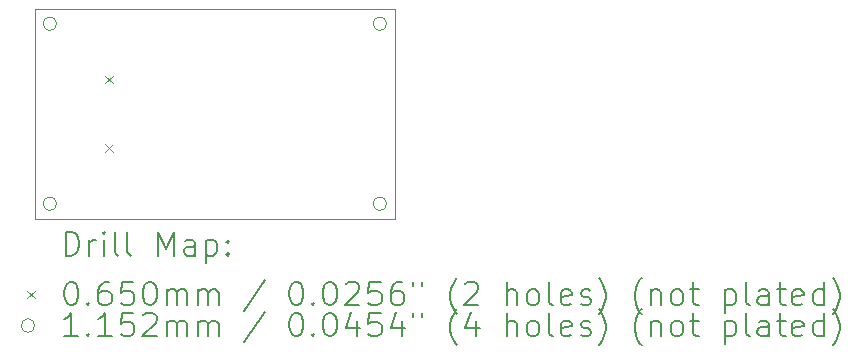
<source format=gbr>
%TF.GenerationSoftware,KiCad,Pcbnew,7.0.9*%
%TF.CreationDate,2024-04-26T16:02:51+09:00*%
%TF.ProjectId,Geekble_Mini_ESP32C3,4765656b-626c-4655-9f4d-696e695f4553,1*%
%TF.SameCoordinates,Original*%
%TF.FileFunction,Drillmap*%
%TF.FilePolarity,Positive*%
%FSLAX45Y45*%
G04 Gerber Fmt 4.5, Leading zero omitted, Abs format (unit mm)*
G04 Created by KiCad (PCBNEW 7.0.9) date 2024-04-26 16:02:51*
%MOMM*%
%LPD*%
G01*
G04 APERTURE LIST*
%ADD10C,0.010000*%
%ADD11C,0.200000*%
%ADD12C,0.100000*%
%ADD13C,0.115200*%
G04 APERTURE END LIST*
D10*
X2899999Y-2722001D02*
X2899999Y-4500001D01*
X2899999Y-4500001D02*
X5947999Y-4500001D01*
X5947999Y-2722001D02*
X2899999Y-2722001D01*
X5947999Y-4500001D02*
X5947999Y-2722001D01*
D11*
D12*
X3496969Y-3289501D02*
X3561969Y-3354501D01*
X3561969Y-3289501D02*
X3496969Y-3354501D01*
X3496969Y-3867501D02*
X3561969Y-3932501D01*
X3561969Y-3867501D02*
X3496969Y-3932501D01*
D13*
X3084599Y-2849001D02*
G75*
G03*
X3084599Y-2849001I-57600J0D01*
G01*
X3084599Y-4373001D02*
G75*
G03*
X3084599Y-4373001I-57600J0D01*
G01*
X5878599Y-2849001D02*
G75*
G03*
X5878599Y-2849001I-57600J0D01*
G01*
X5878599Y-4373001D02*
G75*
G03*
X5878599Y-4373001I-57600J0D01*
G01*
D11*
X3160276Y-4811985D02*
X3160276Y-4611985D01*
X3160276Y-4611985D02*
X3207895Y-4611985D01*
X3207895Y-4611985D02*
X3236466Y-4621509D01*
X3236466Y-4621509D02*
X3255514Y-4640556D01*
X3255514Y-4640556D02*
X3265038Y-4659604D01*
X3265038Y-4659604D02*
X3274561Y-4697699D01*
X3274561Y-4697699D02*
X3274561Y-4726271D01*
X3274561Y-4726271D02*
X3265038Y-4764366D01*
X3265038Y-4764366D02*
X3255514Y-4783413D01*
X3255514Y-4783413D02*
X3236466Y-4802461D01*
X3236466Y-4802461D02*
X3207895Y-4811985D01*
X3207895Y-4811985D02*
X3160276Y-4811985D01*
X3360276Y-4811985D02*
X3360276Y-4678651D01*
X3360276Y-4716747D02*
X3369800Y-4697699D01*
X3369800Y-4697699D02*
X3379323Y-4688175D01*
X3379323Y-4688175D02*
X3398371Y-4678651D01*
X3398371Y-4678651D02*
X3417419Y-4678651D01*
X3484085Y-4811985D02*
X3484085Y-4678651D01*
X3484085Y-4611985D02*
X3474561Y-4621509D01*
X3474561Y-4621509D02*
X3484085Y-4631032D01*
X3484085Y-4631032D02*
X3493609Y-4621509D01*
X3493609Y-4621509D02*
X3484085Y-4611985D01*
X3484085Y-4611985D02*
X3484085Y-4631032D01*
X3607895Y-4811985D02*
X3588847Y-4802461D01*
X3588847Y-4802461D02*
X3579323Y-4783413D01*
X3579323Y-4783413D02*
X3579323Y-4611985D01*
X3712657Y-4811985D02*
X3693609Y-4802461D01*
X3693609Y-4802461D02*
X3684085Y-4783413D01*
X3684085Y-4783413D02*
X3684085Y-4611985D01*
X3941228Y-4811985D02*
X3941228Y-4611985D01*
X3941228Y-4611985D02*
X4007895Y-4754842D01*
X4007895Y-4754842D02*
X4074561Y-4611985D01*
X4074561Y-4611985D02*
X4074561Y-4811985D01*
X4255514Y-4811985D02*
X4255514Y-4707223D01*
X4255514Y-4707223D02*
X4245990Y-4688175D01*
X4245990Y-4688175D02*
X4226943Y-4678651D01*
X4226943Y-4678651D02*
X4188847Y-4678651D01*
X4188847Y-4678651D02*
X4169800Y-4688175D01*
X4255514Y-4802461D02*
X4236466Y-4811985D01*
X4236466Y-4811985D02*
X4188847Y-4811985D01*
X4188847Y-4811985D02*
X4169800Y-4802461D01*
X4169800Y-4802461D02*
X4160276Y-4783413D01*
X4160276Y-4783413D02*
X4160276Y-4764366D01*
X4160276Y-4764366D02*
X4169800Y-4745318D01*
X4169800Y-4745318D02*
X4188847Y-4735794D01*
X4188847Y-4735794D02*
X4236466Y-4735794D01*
X4236466Y-4735794D02*
X4255514Y-4726271D01*
X4350752Y-4678651D02*
X4350752Y-4878651D01*
X4350752Y-4688175D02*
X4369800Y-4678651D01*
X4369800Y-4678651D02*
X4407895Y-4678651D01*
X4407895Y-4678651D02*
X4426943Y-4688175D01*
X4426943Y-4688175D02*
X4436466Y-4697699D01*
X4436466Y-4697699D02*
X4445990Y-4716747D01*
X4445990Y-4716747D02*
X4445990Y-4773890D01*
X4445990Y-4773890D02*
X4436466Y-4792937D01*
X4436466Y-4792937D02*
X4426943Y-4802461D01*
X4426943Y-4802461D02*
X4407895Y-4811985D01*
X4407895Y-4811985D02*
X4369800Y-4811985D01*
X4369800Y-4811985D02*
X4350752Y-4802461D01*
X4531704Y-4792937D02*
X4541228Y-4802461D01*
X4541228Y-4802461D02*
X4531704Y-4811985D01*
X4531704Y-4811985D02*
X4522181Y-4802461D01*
X4522181Y-4802461D02*
X4531704Y-4792937D01*
X4531704Y-4792937D02*
X4531704Y-4811985D01*
X4531704Y-4688175D02*
X4541228Y-4697699D01*
X4541228Y-4697699D02*
X4531704Y-4707223D01*
X4531704Y-4707223D02*
X4522181Y-4697699D01*
X4522181Y-4697699D02*
X4531704Y-4688175D01*
X4531704Y-4688175D02*
X4531704Y-4707223D01*
D12*
X2834499Y-5108001D02*
X2899499Y-5173001D01*
X2899499Y-5108001D02*
X2834499Y-5173001D01*
D11*
X3198371Y-5031985D02*
X3217419Y-5031985D01*
X3217419Y-5031985D02*
X3236466Y-5041509D01*
X3236466Y-5041509D02*
X3245990Y-5051032D01*
X3245990Y-5051032D02*
X3255514Y-5070080D01*
X3255514Y-5070080D02*
X3265038Y-5108175D01*
X3265038Y-5108175D02*
X3265038Y-5155794D01*
X3265038Y-5155794D02*
X3255514Y-5193890D01*
X3255514Y-5193890D02*
X3245990Y-5212937D01*
X3245990Y-5212937D02*
X3236466Y-5222461D01*
X3236466Y-5222461D02*
X3217419Y-5231985D01*
X3217419Y-5231985D02*
X3198371Y-5231985D01*
X3198371Y-5231985D02*
X3179323Y-5222461D01*
X3179323Y-5222461D02*
X3169800Y-5212937D01*
X3169800Y-5212937D02*
X3160276Y-5193890D01*
X3160276Y-5193890D02*
X3150752Y-5155794D01*
X3150752Y-5155794D02*
X3150752Y-5108175D01*
X3150752Y-5108175D02*
X3160276Y-5070080D01*
X3160276Y-5070080D02*
X3169800Y-5051032D01*
X3169800Y-5051032D02*
X3179323Y-5041509D01*
X3179323Y-5041509D02*
X3198371Y-5031985D01*
X3350752Y-5212937D02*
X3360276Y-5222461D01*
X3360276Y-5222461D02*
X3350752Y-5231985D01*
X3350752Y-5231985D02*
X3341228Y-5222461D01*
X3341228Y-5222461D02*
X3350752Y-5212937D01*
X3350752Y-5212937D02*
X3350752Y-5231985D01*
X3531704Y-5031985D02*
X3493609Y-5031985D01*
X3493609Y-5031985D02*
X3474561Y-5041509D01*
X3474561Y-5041509D02*
X3465038Y-5051032D01*
X3465038Y-5051032D02*
X3445990Y-5079604D01*
X3445990Y-5079604D02*
X3436466Y-5117699D01*
X3436466Y-5117699D02*
X3436466Y-5193890D01*
X3436466Y-5193890D02*
X3445990Y-5212937D01*
X3445990Y-5212937D02*
X3455514Y-5222461D01*
X3455514Y-5222461D02*
X3474561Y-5231985D01*
X3474561Y-5231985D02*
X3512657Y-5231985D01*
X3512657Y-5231985D02*
X3531704Y-5222461D01*
X3531704Y-5222461D02*
X3541228Y-5212937D01*
X3541228Y-5212937D02*
X3550752Y-5193890D01*
X3550752Y-5193890D02*
X3550752Y-5146271D01*
X3550752Y-5146271D02*
X3541228Y-5127223D01*
X3541228Y-5127223D02*
X3531704Y-5117699D01*
X3531704Y-5117699D02*
X3512657Y-5108175D01*
X3512657Y-5108175D02*
X3474561Y-5108175D01*
X3474561Y-5108175D02*
X3455514Y-5117699D01*
X3455514Y-5117699D02*
X3445990Y-5127223D01*
X3445990Y-5127223D02*
X3436466Y-5146271D01*
X3731704Y-5031985D02*
X3636466Y-5031985D01*
X3636466Y-5031985D02*
X3626942Y-5127223D01*
X3626942Y-5127223D02*
X3636466Y-5117699D01*
X3636466Y-5117699D02*
X3655514Y-5108175D01*
X3655514Y-5108175D02*
X3703133Y-5108175D01*
X3703133Y-5108175D02*
X3722181Y-5117699D01*
X3722181Y-5117699D02*
X3731704Y-5127223D01*
X3731704Y-5127223D02*
X3741228Y-5146271D01*
X3741228Y-5146271D02*
X3741228Y-5193890D01*
X3741228Y-5193890D02*
X3731704Y-5212937D01*
X3731704Y-5212937D02*
X3722181Y-5222461D01*
X3722181Y-5222461D02*
X3703133Y-5231985D01*
X3703133Y-5231985D02*
X3655514Y-5231985D01*
X3655514Y-5231985D02*
X3636466Y-5222461D01*
X3636466Y-5222461D02*
X3626942Y-5212937D01*
X3865038Y-5031985D02*
X3884085Y-5031985D01*
X3884085Y-5031985D02*
X3903133Y-5041509D01*
X3903133Y-5041509D02*
X3912657Y-5051032D01*
X3912657Y-5051032D02*
X3922181Y-5070080D01*
X3922181Y-5070080D02*
X3931704Y-5108175D01*
X3931704Y-5108175D02*
X3931704Y-5155794D01*
X3931704Y-5155794D02*
X3922181Y-5193890D01*
X3922181Y-5193890D02*
X3912657Y-5212937D01*
X3912657Y-5212937D02*
X3903133Y-5222461D01*
X3903133Y-5222461D02*
X3884085Y-5231985D01*
X3884085Y-5231985D02*
X3865038Y-5231985D01*
X3865038Y-5231985D02*
X3845990Y-5222461D01*
X3845990Y-5222461D02*
X3836466Y-5212937D01*
X3836466Y-5212937D02*
X3826942Y-5193890D01*
X3826942Y-5193890D02*
X3817419Y-5155794D01*
X3817419Y-5155794D02*
X3817419Y-5108175D01*
X3817419Y-5108175D02*
X3826942Y-5070080D01*
X3826942Y-5070080D02*
X3836466Y-5051032D01*
X3836466Y-5051032D02*
X3845990Y-5041509D01*
X3845990Y-5041509D02*
X3865038Y-5031985D01*
X4017419Y-5231985D02*
X4017419Y-5098651D01*
X4017419Y-5117699D02*
X4026942Y-5108175D01*
X4026942Y-5108175D02*
X4045990Y-5098651D01*
X4045990Y-5098651D02*
X4074562Y-5098651D01*
X4074562Y-5098651D02*
X4093609Y-5108175D01*
X4093609Y-5108175D02*
X4103133Y-5127223D01*
X4103133Y-5127223D02*
X4103133Y-5231985D01*
X4103133Y-5127223D02*
X4112657Y-5108175D01*
X4112657Y-5108175D02*
X4131704Y-5098651D01*
X4131704Y-5098651D02*
X4160276Y-5098651D01*
X4160276Y-5098651D02*
X4179323Y-5108175D01*
X4179323Y-5108175D02*
X4188847Y-5127223D01*
X4188847Y-5127223D02*
X4188847Y-5231985D01*
X4284085Y-5231985D02*
X4284085Y-5098651D01*
X4284085Y-5117699D02*
X4293609Y-5108175D01*
X4293609Y-5108175D02*
X4312657Y-5098651D01*
X4312657Y-5098651D02*
X4341228Y-5098651D01*
X4341228Y-5098651D02*
X4360276Y-5108175D01*
X4360276Y-5108175D02*
X4369800Y-5127223D01*
X4369800Y-5127223D02*
X4369800Y-5231985D01*
X4369800Y-5127223D02*
X4379324Y-5108175D01*
X4379324Y-5108175D02*
X4398371Y-5098651D01*
X4398371Y-5098651D02*
X4426943Y-5098651D01*
X4426943Y-5098651D02*
X4445990Y-5108175D01*
X4445990Y-5108175D02*
X4455514Y-5127223D01*
X4455514Y-5127223D02*
X4455514Y-5231985D01*
X4845990Y-5022461D02*
X4674562Y-5279604D01*
X5103133Y-5031985D02*
X5122181Y-5031985D01*
X5122181Y-5031985D02*
X5141228Y-5041509D01*
X5141228Y-5041509D02*
X5150752Y-5051032D01*
X5150752Y-5051032D02*
X5160276Y-5070080D01*
X5160276Y-5070080D02*
X5169800Y-5108175D01*
X5169800Y-5108175D02*
X5169800Y-5155794D01*
X5169800Y-5155794D02*
X5160276Y-5193890D01*
X5160276Y-5193890D02*
X5150752Y-5212937D01*
X5150752Y-5212937D02*
X5141228Y-5222461D01*
X5141228Y-5222461D02*
X5122181Y-5231985D01*
X5122181Y-5231985D02*
X5103133Y-5231985D01*
X5103133Y-5231985D02*
X5084086Y-5222461D01*
X5084086Y-5222461D02*
X5074562Y-5212937D01*
X5074562Y-5212937D02*
X5065038Y-5193890D01*
X5065038Y-5193890D02*
X5055514Y-5155794D01*
X5055514Y-5155794D02*
X5055514Y-5108175D01*
X5055514Y-5108175D02*
X5065038Y-5070080D01*
X5065038Y-5070080D02*
X5074562Y-5051032D01*
X5074562Y-5051032D02*
X5084086Y-5041509D01*
X5084086Y-5041509D02*
X5103133Y-5031985D01*
X5255514Y-5212937D02*
X5265038Y-5222461D01*
X5265038Y-5222461D02*
X5255514Y-5231985D01*
X5255514Y-5231985D02*
X5245990Y-5222461D01*
X5245990Y-5222461D02*
X5255514Y-5212937D01*
X5255514Y-5212937D02*
X5255514Y-5231985D01*
X5388847Y-5031985D02*
X5407895Y-5031985D01*
X5407895Y-5031985D02*
X5426943Y-5041509D01*
X5426943Y-5041509D02*
X5436467Y-5051032D01*
X5436467Y-5051032D02*
X5445990Y-5070080D01*
X5445990Y-5070080D02*
X5455514Y-5108175D01*
X5455514Y-5108175D02*
X5455514Y-5155794D01*
X5455514Y-5155794D02*
X5445990Y-5193890D01*
X5445990Y-5193890D02*
X5436467Y-5212937D01*
X5436467Y-5212937D02*
X5426943Y-5222461D01*
X5426943Y-5222461D02*
X5407895Y-5231985D01*
X5407895Y-5231985D02*
X5388847Y-5231985D01*
X5388847Y-5231985D02*
X5369800Y-5222461D01*
X5369800Y-5222461D02*
X5360276Y-5212937D01*
X5360276Y-5212937D02*
X5350752Y-5193890D01*
X5350752Y-5193890D02*
X5341228Y-5155794D01*
X5341228Y-5155794D02*
X5341228Y-5108175D01*
X5341228Y-5108175D02*
X5350752Y-5070080D01*
X5350752Y-5070080D02*
X5360276Y-5051032D01*
X5360276Y-5051032D02*
X5369800Y-5041509D01*
X5369800Y-5041509D02*
X5388847Y-5031985D01*
X5531705Y-5051032D02*
X5541228Y-5041509D01*
X5541228Y-5041509D02*
X5560276Y-5031985D01*
X5560276Y-5031985D02*
X5607895Y-5031985D01*
X5607895Y-5031985D02*
X5626943Y-5041509D01*
X5626943Y-5041509D02*
X5636466Y-5051032D01*
X5636466Y-5051032D02*
X5645990Y-5070080D01*
X5645990Y-5070080D02*
X5645990Y-5089128D01*
X5645990Y-5089128D02*
X5636466Y-5117699D01*
X5636466Y-5117699D02*
X5522181Y-5231985D01*
X5522181Y-5231985D02*
X5645990Y-5231985D01*
X5826943Y-5031985D02*
X5731705Y-5031985D01*
X5731705Y-5031985D02*
X5722181Y-5127223D01*
X5722181Y-5127223D02*
X5731705Y-5117699D01*
X5731705Y-5117699D02*
X5750752Y-5108175D01*
X5750752Y-5108175D02*
X5798371Y-5108175D01*
X5798371Y-5108175D02*
X5817419Y-5117699D01*
X5817419Y-5117699D02*
X5826943Y-5127223D01*
X5826943Y-5127223D02*
X5836466Y-5146271D01*
X5836466Y-5146271D02*
X5836466Y-5193890D01*
X5836466Y-5193890D02*
X5826943Y-5212937D01*
X5826943Y-5212937D02*
X5817419Y-5222461D01*
X5817419Y-5222461D02*
X5798371Y-5231985D01*
X5798371Y-5231985D02*
X5750752Y-5231985D01*
X5750752Y-5231985D02*
X5731705Y-5222461D01*
X5731705Y-5222461D02*
X5722181Y-5212937D01*
X6007895Y-5031985D02*
X5969800Y-5031985D01*
X5969800Y-5031985D02*
X5950752Y-5041509D01*
X5950752Y-5041509D02*
X5941228Y-5051032D01*
X5941228Y-5051032D02*
X5922181Y-5079604D01*
X5922181Y-5079604D02*
X5912657Y-5117699D01*
X5912657Y-5117699D02*
X5912657Y-5193890D01*
X5912657Y-5193890D02*
X5922181Y-5212937D01*
X5922181Y-5212937D02*
X5931705Y-5222461D01*
X5931705Y-5222461D02*
X5950752Y-5231985D01*
X5950752Y-5231985D02*
X5988847Y-5231985D01*
X5988847Y-5231985D02*
X6007895Y-5222461D01*
X6007895Y-5222461D02*
X6017419Y-5212937D01*
X6017419Y-5212937D02*
X6026943Y-5193890D01*
X6026943Y-5193890D02*
X6026943Y-5146271D01*
X6026943Y-5146271D02*
X6017419Y-5127223D01*
X6017419Y-5127223D02*
X6007895Y-5117699D01*
X6007895Y-5117699D02*
X5988847Y-5108175D01*
X5988847Y-5108175D02*
X5950752Y-5108175D01*
X5950752Y-5108175D02*
X5931705Y-5117699D01*
X5931705Y-5117699D02*
X5922181Y-5127223D01*
X5922181Y-5127223D02*
X5912657Y-5146271D01*
X6103133Y-5031985D02*
X6103133Y-5070080D01*
X6179324Y-5031985D02*
X6179324Y-5070080D01*
X6474562Y-5308175D02*
X6465038Y-5298651D01*
X6465038Y-5298651D02*
X6445990Y-5270080D01*
X6445990Y-5270080D02*
X6436467Y-5251032D01*
X6436467Y-5251032D02*
X6426943Y-5222461D01*
X6426943Y-5222461D02*
X6417419Y-5174842D01*
X6417419Y-5174842D02*
X6417419Y-5136747D01*
X6417419Y-5136747D02*
X6426943Y-5089128D01*
X6426943Y-5089128D02*
X6436467Y-5060556D01*
X6436467Y-5060556D02*
X6445990Y-5041509D01*
X6445990Y-5041509D02*
X6465038Y-5012937D01*
X6465038Y-5012937D02*
X6474562Y-5003413D01*
X6541228Y-5051032D02*
X6550752Y-5041509D01*
X6550752Y-5041509D02*
X6569800Y-5031985D01*
X6569800Y-5031985D02*
X6617419Y-5031985D01*
X6617419Y-5031985D02*
X6636467Y-5041509D01*
X6636467Y-5041509D02*
X6645990Y-5051032D01*
X6645990Y-5051032D02*
X6655514Y-5070080D01*
X6655514Y-5070080D02*
X6655514Y-5089128D01*
X6655514Y-5089128D02*
X6645990Y-5117699D01*
X6645990Y-5117699D02*
X6531705Y-5231985D01*
X6531705Y-5231985D02*
X6655514Y-5231985D01*
X6893609Y-5231985D02*
X6893609Y-5031985D01*
X6979324Y-5231985D02*
X6979324Y-5127223D01*
X6979324Y-5127223D02*
X6969800Y-5108175D01*
X6969800Y-5108175D02*
X6950752Y-5098651D01*
X6950752Y-5098651D02*
X6922181Y-5098651D01*
X6922181Y-5098651D02*
X6903133Y-5108175D01*
X6903133Y-5108175D02*
X6893609Y-5117699D01*
X7103133Y-5231985D02*
X7084086Y-5222461D01*
X7084086Y-5222461D02*
X7074562Y-5212937D01*
X7074562Y-5212937D02*
X7065038Y-5193890D01*
X7065038Y-5193890D02*
X7065038Y-5136747D01*
X7065038Y-5136747D02*
X7074562Y-5117699D01*
X7074562Y-5117699D02*
X7084086Y-5108175D01*
X7084086Y-5108175D02*
X7103133Y-5098651D01*
X7103133Y-5098651D02*
X7131705Y-5098651D01*
X7131705Y-5098651D02*
X7150752Y-5108175D01*
X7150752Y-5108175D02*
X7160276Y-5117699D01*
X7160276Y-5117699D02*
X7169800Y-5136747D01*
X7169800Y-5136747D02*
X7169800Y-5193890D01*
X7169800Y-5193890D02*
X7160276Y-5212937D01*
X7160276Y-5212937D02*
X7150752Y-5222461D01*
X7150752Y-5222461D02*
X7131705Y-5231985D01*
X7131705Y-5231985D02*
X7103133Y-5231985D01*
X7284086Y-5231985D02*
X7265038Y-5222461D01*
X7265038Y-5222461D02*
X7255514Y-5203413D01*
X7255514Y-5203413D02*
X7255514Y-5031985D01*
X7436467Y-5222461D02*
X7417419Y-5231985D01*
X7417419Y-5231985D02*
X7379324Y-5231985D01*
X7379324Y-5231985D02*
X7360276Y-5222461D01*
X7360276Y-5222461D02*
X7350752Y-5203413D01*
X7350752Y-5203413D02*
X7350752Y-5127223D01*
X7350752Y-5127223D02*
X7360276Y-5108175D01*
X7360276Y-5108175D02*
X7379324Y-5098651D01*
X7379324Y-5098651D02*
X7417419Y-5098651D01*
X7417419Y-5098651D02*
X7436467Y-5108175D01*
X7436467Y-5108175D02*
X7445990Y-5127223D01*
X7445990Y-5127223D02*
X7445990Y-5146271D01*
X7445990Y-5146271D02*
X7350752Y-5165318D01*
X7522181Y-5222461D02*
X7541229Y-5231985D01*
X7541229Y-5231985D02*
X7579324Y-5231985D01*
X7579324Y-5231985D02*
X7598371Y-5222461D01*
X7598371Y-5222461D02*
X7607895Y-5203413D01*
X7607895Y-5203413D02*
X7607895Y-5193890D01*
X7607895Y-5193890D02*
X7598371Y-5174842D01*
X7598371Y-5174842D02*
X7579324Y-5165318D01*
X7579324Y-5165318D02*
X7550752Y-5165318D01*
X7550752Y-5165318D02*
X7531705Y-5155794D01*
X7531705Y-5155794D02*
X7522181Y-5136747D01*
X7522181Y-5136747D02*
X7522181Y-5127223D01*
X7522181Y-5127223D02*
X7531705Y-5108175D01*
X7531705Y-5108175D02*
X7550752Y-5098651D01*
X7550752Y-5098651D02*
X7579324Y-5098651D01*
X7579324Y-5098651D02*
X7598371Y-5108175D01*
X7674562Y-5308175D02*
X7684086Y-5298651D01*
X7684086Y-5298651D02*
X7703133Y-5270080D01*
X7703133Y-5270080D02*
X7712657Y-5251032D01*
X7712657Y-5251032D02*
X7722181Y-5222461D01*
X7722181Y-5222461D02*
X7731705Y-5174842D01*
X7731705Y-5174842D02*
X7731705Y-5136747D01*
X7731705Y-5136747D02*
X7722181Y-5089128D01*
X7722181Y-5089128D02*
X7712657Y-5060556D01*
X7712657Y-5060556D02*
X7703133Y-5041509D01*
X7703133Y-5041509D02*
X7684086Y-5012937D01*
X7684086Y-5012937D02*
X7674562Y-5003413D01*
X8036467Y-5308175D02*
X8026943Y-5298651D01*
X8026943Y-5298651D02*
X8007895Y-5270080D01*
X8007895Y-5270080D02*
X7998371Y-5251032D01*
X7998371Y-5251032D02*
X7988848Y-5222461D01*
X7988848Y-5222461D02*
X7979324Y-5174842D01*
X7979324Y-5174842D02*
X7979324Y-5136747D01*
X7979324Y-5136747D02*
X7988848Y-5089128D01*
X7988848Y-5089128D02*
X7998371Y-5060556D01*
X7998371Y-5060556D02*
X8007895Y-5041509D01*
X8007895Y-5041509D02*
X8026943Y-5012937D01*
X8026943Y-5012937D02*
X8036467Y-5003413D01*
X8112657Y-5098651D02*
X8112657Y-5231985D01*
X8112657Y-5117699D02*
X8122181Y-5108175D01*
X8122181Y-5108175D02*
X8141229Y-5098651D01*
X8141229Y-5098651D02*
X8169800Y-5098651D01*
X8169800Y-5098651D02*
X8188848Y-5108175D01*
X8188848Y-5108175D02*
X8198371Y-5127223D01*
X8198371Y-5127223D02*
X8198371Y-5231985D01*
X8322181Y-5231985D02*
X8303133Y-5222461D01*
X8303133Y-5222461D02*
X8293610Y-5212937D01*
X8293610Y-5212937D02*
X8284086Y-5193890D01*
X8284086Y-5193890D02*
X8284086Y-5136747D01*
X8284086Y-5136747D02*
X8293610Y-5117699D01*
X8293610Y-5117699D02*
X8303133Y-5108175D01*
X8303133Y-5108175D02*
X8322181Y-5098651D01*
X8322181Y-5098651D02*
X8350752Y-5098651D01*
X8350752Y-5098651D02*
X8369800Y-5108175D01*
X8369800Y-5108175D02*
X8379324Y-5117699D01*
X8379324Y-5117699D02*
X8388848Y-5136747D01*
X8388848Y-5136747D02*
X8388848Y-5193890D01*
X8388848Y-5193890D02*
X8379324Y-5212937D01*
X8379324Y-5212937D02*
X8369800Y-5222461D01*
X8369800Y-5222461D02*
X8350752Y-5231985D01*
X8350752Y-5231985D02*
X8322181Y-5231985D01*
X8445991Y-5098651D02*
X8522181Y-5098651D01*
X8474562Y-5031985D02*
X8474562Y-5203413D01*
X8474562Y-5203413D02*
X8484086Y-5222461D01*
X8484086Y-5222461D02*
X8503133Y-5231985D01*
X8503133Y-5231985D02*
X8522181Y-5231985D01*
X8741229Y-5098651D02*
X8741229Y-5298651D01*
X8741229Y-5108175D02*
X8760276Y-5098651D01*
X8760276Y-5098651D02*
X8798372Y-5098651D01*
X8798372Y-5098651D02*
X8817419Y-5108175D01*
X8817419Y-5108175D02*
X8826943Y-5117699D01*
X8826943Y-5117699D02*
X8836467Y-5136747D01*
X8836467Y-5136747D02*
X8836467Y-5193890D01*
X8836467Y-5193890D02*
X8826943Y-5212937D01*
X8826943Y-5212937D02*
X8817419Y-5222461D01*
X8817419Y-5222461D02*
X8798372Y-5231985D01*
X8798372Y-5231985D02*
X8760276Y-5231985D01*
X8760276Y-5231985D02*
X8741229Y-5222461D01*
X8950753Y-5231985D02*
X8931705Y-5222461D01*
X8931705Y-5222461D02*
X8922181Y-5203413D01*
X8922181Y-5203413D02*
X8922181Y-5031985D01*
X9112657Y-5231985D02*
X9112657Y-5127223D01*
X9112657Y-5127223D02*
X9103134Y-5108175D01*
X9103134Y-5108175D02*
X9084086Y-5098651D01*
X9084086Y-5098651D02*
X9045991Y-5098651D01*
X9045991Y-5098651D02*
X9026943Y-5108175D01*
X9112657Y-5222461D02*
X9093610Y-5231985D01*
X9093610Y-5231985D02*
X9045991Y-5231985D01*
X9045991Y-5231985D02*
X9026943Y-5222461D01*
X9026943Y-5222461D02*
X9017419Y-5203413D01*
X9017419Y-5203413D02*
X9017419Y-5184366D01*
X9017419Y-5184366D02*
X9026943Y-5165318D01*
X9026943Y-5165318D02*
X9045991Y-5155794D01*
X9045991Y-5155794D02*
X9093610Y-5155794D01*
X9093610Y-5155794D02*
X9112657Y-5146271D01*
X9179324Y-5098651D02*
X9255514Y-5098651D01*
X9207895Y-5031985D02*
X9207895Y-5203413D01*
X9207895Y-5203413D02*
X9217419Y-5222461D01*
X9217419Y-5222461D02*
X9236467Y-5231985D01*
X9236467Y-5231985D02*
X9255514Y-5231985D01*
X9398372Y-5222461D02*
X9379324Y-5231985D01*
X9379324Y-5231985D02*
X9341229Y-5231985D01*
X9341229Y-5231985D02*
X9322181Y-5222461D01*
X9322181Y-5222461D02*
X9312657Y-5203413D01*
X9312657Y-5203413D02*
X9312657Y-5127223D01*
X9312657Y-5127223D02*
X9322181Y-5108175D01*
X9322181Y-5108175D02*
X9341229Y-5098651D01*
X9341229Y-5098651D02*
X9379324Y-5098651D01*
X9379324Y-5098651D02*
X9398372Y-5108175D01*
X9398372Y-5108175D02*
X9407895Y-5127223D01*
X9407895Y-5127223D02*
X9407895Y-5146271D01*
X9407895Y-5146271D02*
X9312657Y-5165318D01*
X9579324Y-5231985D02*
X9579324Y-5031985D01*
X9579324Y-5222461D02*
X9560276Y-5231985D01*
X9560276Y-5231985D02*
X9522181Y-5231985D01*
X9522181Y-5231985D02*
X9503134Y-5222461D01*
X9503134Y-5222461D02*
X9493610Y-5212937D01*
X9493610Y-5212937D02*
X9484086Y-5193890D01*
X9484086Y-5193890D02*
X9484086Y-5136747D01*
X9484086Y-5136747D02*
X9493610Y-5117699D01*
X9493610Y-5117699D02*
X9503134Y-5108175D01*
X9503134Y-5108175D02*
X9522181Y-5098651D01*
X9522181Y-5098651D02*
X9560276Y-5098651D01*
X9560276Y-5098651D02*
X9579324Y-5108175D01*
X9655515Y-5308175D02*
X9665038Y-5298651D01*
X9665038Y-5298651D02*
X9684086Y-5270080D01*
X9684086Y-5270080D02*
X9693610Y-5251032D01*
X9693610Y-5251032D02*
X9703134Y-5222461D01*
X9703134Y-5222461D02*
X9712657Y-5174842D01*
X9712657Y-5174842D02*
X9712657Y-5136747D01*
X9712657Y-5136747D02*
X9703134Y-5089128D01*
X9703134Y-5089128D02*
X9693610Y-5060556D01*
X9693610Y-5060556D02*
X9684086Y-5041509D01*
X9684086Y-5041509D02*
X9665038Y-5012937D01*
X9665038Y-5012937D02*
X9655515Y-5003413D01*
D13*
X2899499Y-5404501D02*
G75*
G03*
X2899499Y-5404501I-57600J0D01*
G01*
D11*
X3265038Y-5495985D02*
X3150752Y-5495985D01*
X3207895Y-5495985D02*
X3207895Y-5295985D01*
X3207895Y-5295985D02*
X3188847Y-5324556D01*
X3188847Y-5324556D02*
X3169800Y-5343604D01*
X3169800Y-5343604D02*
X3150752Y-5353128D01*
X3350752Y-5476937D02*
X3360276Y-5486461D01*
X3360276Y-5486461D02*
X3350752Y-5495985D01*
X3350752Y-5495985D02*
X3341228Y-5486461D01*
X3341228Y-5486461D02*
X3350752Y-5476937D01*
X3350752Y-5476937D02*
X3350752Y-5495985D01*
X3550752Y-5495985D02*
X3436466Y-5495985D01*
X3493609Y-5495985D02*
X3493609Y-5295985D01*
X3493609Y-5295985D02*
X3474561Y-5324556D01*
X3474561Y-5324556D02*
X3455514Y-5343604D01*
X3455514Y-5343604D02*
X3436466Y-5353128D01*
X3731704Y-5295985D02*
X3636466Y-5295985D01*
X3636466Y-5295985D02*
X3626942Y-5391223D01*
X3626942Y-5391223D02*
X3636466Y-5381699D01*
X3636466Y-5381699D02*
X3655514Y-5372175D01*
X3655514Y-5372175D02*
X3703133Y-5372175D01*
X3703133Y-5372175D02*
X3722181Y-5381699D01*
X3722181Y-5381699D02*
X3731704Y-5391223D01*
X3731704Y-5391223D02*
X3741228Y-5410271D01*
X3741228Y-5410271D02*
X3741228Y-5457890D01*
X3741228Y-5457890D02*
X3731704Y-5476937D01*
X3731704Y-5476937D02*
X3722181Y-5486461D01*
X3722181Y-5486461D02*
X3703133Y-5495985D01*
X3703133Y-5495985D02*
X3655514Y-5495985D01*
X3655514Y-5495985D02*
X3636466Y-5486461D01*
X3636466Y-5486461D02*
X3626942Y-5476937D01*
X3817419Y-5315032D02*
X3826942Y-5305509D01*
X3826942Y-5305509D02*
X3845990Y-5295985D01*
X3845990Y-5295985D02*
X3893609Y-5295985D01*
X3893609Y-5295985D02*
X3912657Y-5305509D01*
X3912657Y-5305509D02*
X3922181Y-5315032D01*
X3922181Y-5315032D02*
X3931704Y-5334080D01*
X3931704Y-5334080D02*
X3931704Y-5353128D01*
X3931704Y-5353128D02*
X3922181Y-5381699D01*
X3922181Y-5381699D02*
X3807895Y-5495985D01*
X3807895Y-5495985D02*
X3931704Y-5495985D01*
X4017419Y-5495985D02*
X4017419Y-5362651D01*
X4017419Y-5381699D02*
X4026942Y-5372175D01*
X4026942Y-5372175D02*
X4045990Y-5362651D01*
X4045990Y-5362651D02*
X4074562Y-5362651D01*
X4074562Y-5362651D02*
X4093609Y-5372175D01*
X4093609Y-5372175D02*
X4103133Y-5391223D01*
X4103133Y-5391223D02*
X4103133Y-5495985D01*
X4103133Y-5391223D02*
X4112657Y-5372175D01*
X4112657Y-5372175D02*
X4131704Y-5362651D01*
X4131704Y-5362651D02*
X4160276Y-5362651D01*
X4160276Y-5362651D02*
X4179323Y-5372175D01*
X4179323Y-5372175D02*
X4188847Y-5391223D01*
X4188847Y-5391223D02*
X4188847Y-5495985D01*
X4284085Y-5495985D02*
X4284085Y-5362651D01*
X4284085Y-5381699D02*
X4293609Y-5372175D01*
X4293609Y-5372175D02*
X4312657Y-5362651D01*
X4312657Y-5362651D02*
X4341228Y-5362651D01*
X4341228Y-5362651D02*
X4360276Y-5372175D01*
X4360276Y-5372175D02*
X4369800Y-5391223D01*
X4369800Y-5391223D02*
X4369800Y-5495985D01*
X4369800Y-5391223D02*
X4379324Y-5372175D01*
X4379324Y-5372175D02*
X4398371Y-5362651D01*
X4398371Y-5362651D02*
X4426943Y-5362651D01*
X4426943Y-5362651D02*
X4445990Y-5372175D01*
X4445990Y-5372175D02*
X4455514Y-5391223D01*
X4455514Y-5391223D02*
X4455514Y-5495985D01*
X4845990Y-5286461D02*
X4674562Y-5543604D01*
X5103133Y-5295985D02*
X5122181Y-5295985D01*
X5122181Y-5295985D02*
X5141228Y-5305509D01*
X5141228Y-5305509D02*
X5150752Y-5315032D01*
X5150752Y-5315032D02*
X5160276Y-5334080D01*
X5160276Y-5334080D02*
X5169800Y-5372175D01*
X5169800Y-5372175D02*
X5169800Y-5419794D01*
X5169800Y-5419794D02*
X5160276Y-5457890D01*
X5160276Y-5457890D02*
X5150752Y-5476937D01*
X5150752Y-5476937D02*
X5141228Y-5486461D01*
X5141228Y-5486461D02*
X5122181Y-5495985D01*
X5122181Y-5495985D02*
X5103133Y-5495985D01*
X5103133Y-5495985D02*
X5084086Y-5486461D01*
X5084086Y-5486461D02*
X5074562Y-5476937D01*
X5074562Y-5476937D02*
X5065038Y-5457890D01*
X5065038Y-5457890D02*
X5055514Y-5419794D01*
X5055514Y-5419794D02*
X5055514Y-5372175D01*
X5055514Y-5372175D02*
X5065038Y-5334080D01*
X5065038Y-5334080D02*
X5074562Y-5315032D01*
X5074562Y-5315032D02*
X5084086Y-5305509D01*
X5084086Y-5305509D02*
X5103133Y-5295985D01*
X5255514Y-5476937D02*
X5265038Y-5486461D01*
X5265038Y-5486461D02*
X5255514Y-5495985D01*
X5255514Y-5495985D02*
X5245990Y-5486461D01*
X5245990Y-5486461D02*
X5255514Y-5476937D01*
X5255514Y-5476937D02*
X5255514Y-5495985D01*
X5388847Y-5295985D02*
X5407895Y-5295985D01*
X5407895Y-5295985D02*
X5426943Y-5305509D01*
X5426943Y-5305509D02*
X5436467Y-5315032D01*
X5436467Y-5315032D02*
X5445990Y-5334080D01*
X5445990Y-5334080D02*
X5455514Y-5372175D01*
X5455514Y-5372175D02*
X5455514Y-5419794D01*
X5455514Y-5419794D02*
X5445990Y-5457890D01*
X5445990Y-5457890D02*
X5436467Y-5476937D01*
X5436467Y-5476937D02*
X5426943Y-5486461D01*
X5426943Y-5486461D02*
X5407895Y-5495985D01*
X5407895Y-5495985D02*
X5388847Y-5495985D01*
X5388847Y-5495985D02*
X5369800Y-5486461D01*
X5369800Y-5486461D02*
X5360276Y-5476937D01*
X5360276Y-5476937D02*
X5350752Y-5457890D01*
X5350752Y-5457890D02*
X5341228Y-5419794D01*
X5341228Y-5419794D02*
X5341228Y-5372175D01*
X5341228Y-5372175D02*
X5350752Y-5334080D01*
X5350752Y-5334080D02*
X5360276Y-5315032D01*
X5360276Y-5315032D02*
X5369800Y-5305509D01*
X5369800Y-5305509D02*
X5388847Y-5295985D01*
X5626943Y-5362651D02*
X5626943Y-5495985D01*
X5579324Y-5286461D02*
X5531705Y-5429318D01*
X5531705Y-5429318D02*
X5655514Y-5429318D01*
X5826943Y-5295985D02*
X5731705Y-5295985D01*
X5731705Y-5295985D02*
X5722181Y-5391223D01*
X5722181Y-5391223D02*
X5731705Y-5381699D01*
X5731705Y-5381699D02*
X5750752Y-5372175D01*
X5750752Y-5372175D02*
X5798371Y-5372175D01*
X5798371Y-5372175D02*
X5817419Y-5381699D01*
X5817419Y-5381699D02*
X5826943Y-5391223D01*
X5826943Y-5391223D02*
X5836466Y-5410271D01*
X5836466Y-5410271D02*
X5836466Y-5457890D01*
X5836466Y-5457890D02*
X5826943Y-5476937D01*
X5826943Y-5476937D02*
X5817419Y-5486461D01*
X5817419Y-5486461D02*
X5798371Y-5495985D01*
X5798371Y-5495985D02*
X5750752Y-5495985D01*
X5750752Y-5495985D02*
X5731705Y-5486461D01*
X5731705Y-5486461D02*
X5722181Y-5476937D01*
X6007895Y-5362651D02*
X6007895Y-5495985D01*
X5960276Y-5286461D02*
X5912657Y-5429318D01*
X5912657Y-5429318D02*
X6036466Y-5429318D01*
X6103133Y-5295985D02*
X6103133Y-5334080D01*
X6179324Y-5295985D02*
X6179324Y-5334080D01*
X6474562Y-5572175D02*
X6465038Y-5562651D01*
X6465038Y-5562651D02*
X6445990Y-5534080D01*
X6445990Y-5534080D02*
X6436467Y-5515032D01*
X6436467Y-5515032D02*
X6426943Y-5486461D01*
X6426943Y-5486461D02*
X6417419Y-5438842D01*
X6417419Y-5438842D02*
X6417419Y-5400747D01*
X6417419Y-5400747D02*
X6426943Y-5353128D01*
X6426943Y-5353128D02*
X6436467Y-5324556D01*
X6436467Y-5324556D02*
X6445990Y-5305509D01*
X6445990Y-5305509D02*
X6465038Y-5276937D01*
X6465038Y-5276937D02*
X6474562Y-5267413D01*
X6636467Y-5362651D02*
X6636467Y-5495985D01*
X6588847Y-5286461D02*
X6541228Y-5429318D01*
X6541228Y-5429318D02*
X6665038Y-5429318D01*
X6893609Y-5495985D02*
X6893609Y-5295985D01*
X6979324Y-5495985D02*
X6979324Y-5391223D01*
X6979324Y-5391223D02*
X6969800Y-5372175D01*
X6969800Y-5372175D02*
X6950752Y-5362651D01*
X6950752Y-5362651D02*
X6922181Y-5362651D01*
X6922181Y-5362651D02*
X6903133Y-5372175D01*
X6903133Y-5372175D02*
X6893609Y-5381699D01*
X7103133Y-5495985D02*
X7084086Y-5486461D01*
X7084086Y-5486461D02*
X7074562Y-5476937D01*
X7074562Y-5476937D02*
X7065038Y-5457890D01*
X7065038Y-5457890D02*
X7065038Y-5400747D01*
X7065038Y-5400747D02*
X7074562Y-5381699D01*
X7074562Y-5381699D02*
X7084086Y-5372175D01*
X7084086Y-5372175D02*
X7103133Y-5362651D01*
X7103133Y-5362651D02*
X7131705Y-5362651D01*
X7131705Y-5362651D02*
X7150752Y-5372175D01*
X7150752Y-5372175D02*
X7160276Y-5381699D01*
X7160276Y-5381699D02*
X7169800Y-5400747D01*
X7169800Y-5400747D02*
X7169800Y-5457890D01*
X7169800Y-5457890D02*
X7160276Y-5476937D01*
X7160276Y-5476937D02*
X7150752Y-5486461D01*
X7150752Y-5486461D02*
X7131705Y-5495985D01*
X7131705Y-5495985D02*
X7103133Y-5495985D01*
X7284086Y-5495985D02*
X7265038Y-5486461D01*
X7265038Y-5486461D02*
X7255514Y-5467413D01*
X7255514Y-5467413D02*
X7255514Y-5295985D01*
X7436467Y-5486461D02*
X7417419Y-5495985D01*
X7417419Y-5495985D02*
X7379324Y-5495985D01*
X7379324Y-5495985D02*
X7360276Y-5486461D01*
X7360276Y-5486461D02*
X7350752Y-5467413D01*
X7350752Y-5467413D02*
X7350752Y-5391223D01*
X7350752Y-5391223D02*
X7360276Y-5372175D01*
X7360276Y-5372175D02*
X7379324Y-5362651D01*
X7379324Y-5362651D02*
X7417419Y-5362651D01*
X7417419Y-5362651D02*
X7436467Y-5372175D01*
X7436467Y-5372175D02*
X7445990Y-5391223D01*
X7445990Y-5391223D02*
X7445990Y-5410271D01*
X7445990Y-5410271D02*
X7350752Y-5429318D01*
X7522181Y-5486461D02*
X7541229Y-5495985D01*
X7541229Y-5495985D02*
X7579324Y-5495985D01*
X7579324Y-5495985D02*
X7598371Y-5486461D01*
X7598371Y-5486461D02*
X7607895Y-5467413D01*
X7607895Y-5467413D02*
X7607895Y-5457890D01*
X7607895Y-5457890D02*
X7598371Y-5438842D01*
X7598371Y-5438842D02*
X7579324Y-5429318D01*
X7579324Y-5429318D02*
X7550752Y-5429318D01*
X7550752Y-5429318D02*
X7531705Y-5419794D01*
X7531705Y-5419794D02*
X7522181Y-5400747D01*
X7522181Y-5400747D02*
X7522181Y-5391223D01*
X7522181Y-5391223D02*
X7531705Y-5372175D01*
X7531705Y-5372175D02*
X7550752Y-5362651D01*
X7550752Y-5362651D02*
X7579324Y-5362651D01*
X7579324Y-5362651D02*
X7598371Y-5372175D01*
X7674562Y-5572175D02*
X7684086Y-5562651D01*
X7684086Y-5562651D02*
X7703133Y-5534080D01*
X7703133Y-5534080D02*
X7712657Y-5515032D01*
X7712657Y-5515032D02*
X7722181Y-5486461D01*
X7722181Y-5486461D02*
X7731705Y-5438842D01*
X7731705Y-5438842D02*
X7731705Y-5400747D01*
X7731705Y-5400747D02*
X7722181Y-5353128D01*
X7722181Y-5353128D02*
X7712657Y-5324556D01*
X7712657Y-5324556D02*
X7703133Y-5305509D01*
X7703133Y-5305509D02*
X7684086Y-5276937D01*
X7684086Y-5276937D02*
X7674562Y-5267413D01*
X8036467Y-5572175D02*
X8026943Y-5562651D01*
X8026943Y-5562651D02*
X8007895Y-5534080D01*
X8007895Y-5534080D02*
X7998371Y-5515032D01*
X7998371Y-5515032D02*
X7988848Y-5486461D01*
X7988848Y-5486461D02*
X7979324Y-5438842D01*
X7979324Y-5438842D02*
X7979324Y-5400747D01*
X7979324Y-5400747D02*
X7988848Y-5353128D01*
X7988848Y-5353128D02*
X7998371Y-5324556D01*
X7998371Y-5324556D02*
X8007895Y-5305509D01*
X8007895Y-5305509D02*
X8026943Y-5276937D01*
X8026943Y-5276937D02*
X8036467Y-5267413D01*
X8112657Y-5362651D02*
X8112657Y-5495985D01*
X8112657Y-5381699D02*
X8122181Y-5372175D01*
X8122181Y-5372175D02*
X8141229Y-5362651D01*
X8141229Y-5362651D02*
X8169800Y-5362651D01*
X8169800Y-5362651D02*
X8188848Y-5372175D01*
X8188848Y-5372175D02*
X8198371Y-5391223D01*
X8198371Y-5391223D02*
X8198371Y-5495985D01*
X8322181Y-5495985D02*
X8303133Y-5486461D01*
X8303133Y-5486461D02*
X8293610Y-5476937D01*
X8293610Y-5476937D02*
X8284086Y-5457890D01*
X8284086Y-5457890D02*
X8284086Y-5400747D01*
X8284086Y-5400747D02*
X8293610Y-5381699D01*
X8293610Y-5381699D02*
X8303133Y-5372175D01*
X8303133Y-5372175D02*
X8322181Y-5362651D01*
X8322181Y-5362651D02*
X8350752Y-5362651D01*
X8350752Y-5362651D02*
X8369800Y-5372175D01*
X8369800Y-5372175D02*
X8379324Y-5381699D01*
X8379324Y-5381699D02*
X8388848Y-5400747D01*
X8388848Y-5400747D02*
X8388848Y-5457890D01*
X8388848Y-5457890D02*
X8379324Y-5476937D01*
X8379324Y-5476937D02*
X8369800Y-5486461D01*
X8369800Y-5486461D02*
X8350752Y-5495985D01*
X8350752Y-5495985D02*
X8322181Y-5495985D01*
X8445991Y-5362651D02*
X8522181Y-5362651D01*
X8474562Y-5295985D02*
X8474562Y-5467413D01*
X8474562Y-5467413D02*
X8484086Y-5486461D01*
X8484086Y-5486461D02*
X8503133Y-5495985D01*
X8503133Y-5495985D02*
X8522181Y-5495985D01*
X8741229Y-5362651D02*
X8741229Y-5562651D01*
X8741229Y-5372175D02*
X8760276Y-5362651D01*
X8760276Y-5362651D02*
X8798372Y-5362651D01*
X8798372Y-5362651D02*
X8817419Y-5372175D01*
X8817419Y-5372175D02*
X8826943Y-5381699D01*
X8826943Y-5381699D02*
X8836467Y-5400747D01*
X8836467Y-5400747D02*
X8836467Y-5457890D01*
X8836467Y-5457890D02*
X8826943Y-5476937D01*
X8826943Y-5476937D02*
X8817419Y-5486461D01*
X8817419Y-5486461D02*
X8798372Y-5495985D01*
X8798372Y-5495985D02*
X8760276Y-5495985D01*
X8760276Y-5495985D02*
X8741229Y-5486461D01*
X8950753Y-5495985D02*
X8931705Y-5486461D01*
X8931705Y-5486461D02*
X8922181Y-5467413D01*
X8922181Y-5467413D02*
X8922181Y-5295985D01*
X9112657Y-5495985D02*
X9112657Y-5391223D01*
X9112657Y-5391223D02*
X9103134Y-5372175D01*
X9103134Y-5372175D02*
X9084086Y-5362651D01*
X9084086Y-5362651D02*
X9045991Y-5362651D01*
X9045991Y-5362651D02*
X9026943Y-5372175D01*
X9112657Y-5486461D02*
X9093610Y-5495985D01*
X9093610Y-5495985D02*
X9045991Y-5495985D01*
X9045991Y-5495985D02*
X9026943Y-5486461D01*
X9026943Y-5486461D02*
X9017419Y-5467413D01*
X9017419Y-5467413D02*
X9017419Y-5448366D01*
X9017419Y-5448366D02*
X9026943Y-5429318D01*
X9026943Y-5429318D02*
X9045991Y-5419794D01*
X9045991Y-5419794D02*
X9093610Y-5419794D01*
X9093610Y-5419794D02*
X9112657Y-5410271D01*
X9179324Y-5362651D02*
X9255514Y-5362651D01*
X9207895Y-5295985D02*
X9207895Y-5467413D01*
X9207895Y-5467413D02*
X9217419Y-5486461D01*
X9217419Y-5486461D02*
X9236467Y-5495985D01*
X9236467Y-5495985D02*
X9255514Y-5495985D01*
X9398372Y-5486461D02*
X9379324Y-5495985D01*
X9379324Y-5495985D02*
X9341229Y-5495985D01*
X9341229Y-5495985D02*
X9322181Y-5486461D01*
X9322181Y-5486461D02*
X9312657Y-5467413D01*
X9312657Y-5467413D02*
X9312657Y-5391223D01*
X9312657Y-5391223D02*
X9322181Y-5372175D01*
X9322181Y-5372175D02*
X9341229Y-5362651D01*
X9341229Y-5362651D02*
X9379324Y-5362651D01*
X9379324Y-5362651D02*
X9398372Y-5372175D01*
X9398372Y-5372175D02*
X9407895Y-5391223D01*
X9407895Y-5391223D02*
X9407895Y-5410271D01*
X9407895Y-5410271D02*
X9312657Y-5429318D01*
X9579324Y-5495985D02*
X9579324Y-5295985D01*
X9579324Y-5486461D02*
X9560276Y-5495985D01*
X9560276Y-5495985D02*
X9522181Y-5495985D01*
X9522181Y-5495985D02*
X9503134Y-5486461D01*
X9503134Y-5486461D02*
X9493610Y-5476937D01*
X9493610Y-5476937D02*
X9484086Y-5457890D01*
X9484086Y-5457890D02*
X9484086Y-5400747D01*
X9484086Y-5400747D02*
X9493610Y-5381699D01*
X9493610Y-5381699D02*
X9503134Y-5372175D01*
X9503134Y-5372175D02*
X9522181Y-5362651D01*
X9522181Y-5362651D02*
X9560276Y-5362651D01*
X9560276Y-5362651D02*
X9579324Y-5372175D01*
X9655515Y-5572175D02*
X9665038Y-5562651D01*
X9665038Y-5562651D02*
X9684086Y-5534080D01*
X9684086Y-5534080D02*
X9693610Y-5515032D01*
X9693610Y-5515032D02*
X9703134Y-5486461D01*
X9703134Y-5486461D02*
X9712657Y-5438842D01*
X9712657Y-5438842D02*
X9712657Y-5400747D01*
X9712657Y-5400747D02*
X9703134Y-5353128D01*
X9703134Y-5353128D02*
X9693610Y-5324556D01*
X9693610Y-5324556D02*
X9684086Y-5305509D01*
X9684086Y-5305509D02*
X9665038Y-5276937D01*
X9665038Y-5276937D02*
X9655515Y-5267413D01*
M02*

</source>
